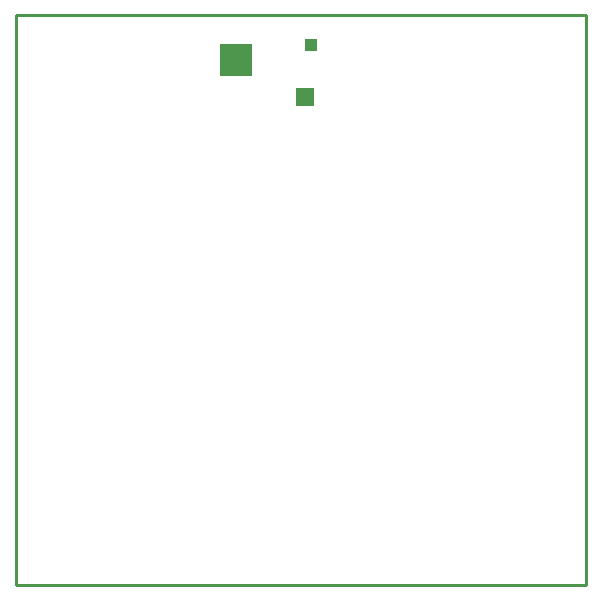
<source format=gko>
%FSAX24Y24*%
%MOIN*%
G70*
G01*
G75*
G04 Layer_Color=16711935*
%ADD10O,0.0118X0.0709*%
%ADD11O,0.0709X0.0118*%
%ADD12R,0.0472X0.0551*%
%ADD13R,0.0512X0.0591*%
%ADD14R,0.1024X0.0945*%
%ADD15O,0.0591X0.0236*%
%ADD16R,0.0197X0.0925*%
%ADD17R,0.0925X0.0984*%
%ADD18R,0.0787X0.0866*%
%ADD19R,0.0591X0.0591*%
%ADD20O,0.0984X0.0276*%
%ADD21R,0.0114X0.0177*%
%ADD22R,0.0177X0.0114*%
%ADD23R,0.0126X0.0354*%
%ADD24R,0.0315X0.0114*%
%ADD25O,0.0354X0.0116*%
%ADD26O,0.0116X0.0354*%
%ADD27R,0.0551X0.0472*%
%ADD28R,0.0591X0.0512*%
%ADD29C,0.0080*%
%ADD30C,0.0200*%
%ADD31C,0.0512*%
%ADD32C,0.0591*%
%ADD33R,0.0591X0.0591*%
%ADD34C,0.0280*%
%ADD35R,0.0551X0.0433*%
%ADD36C,0.0100*%
%ADD37C,0.0079*%
%ADD38C,0.0236*%
%ADD39C,0.0098*%
%ADD40O,0.0278X0.0869*%
%ADD41O,0.0869X0.0278*%
%ADD42R,0.0632X0.0711*%
%ADD43R,0.0672X0.0751*%
%ADD44R,0.1184X0.1105*%
%ADD45O,0.0751X0.0396*%
%ADD46R,0.0357X0.1085*%
%ADD47R,0.1085X0.1144*%
%ADD48R,0.0947X0.1026*%
%ADD49R,0.0751X0.0751*%
%ADD50O,0.1144X0.0436*%
%ADD51R,0.0274X0.0337*%
%ADD52R,0.0337X0.0274*%
%ADD53R,0.0286X0.0514*%
%ADD54R,0.0475X0.0274*%
%ADD55O,0.0514X0.0276*%
%ADD56O,0.0276X0.0514*%
%ADD57R,0.0711X0.0632*%
%ADD58R,0.0751X0.0672*%
%ADD59C,0.0672*%
%ADD60C,0.0751*%
%ADD61R,0.0751X0.0751*%
%ADD62C,0.0440*%
%ADD63R,0.0711X0.0593*%
%ADD64C,0.0039*%
%ADD65C,0.0060*%
%ADD66R,0.0629X0.0621*%
%ADD67R,0.0449X0.0425*%
%ADD68R,0.1064X0.1062*%
D36*
X020500Y030500D02*
X039500D01*
Y049500D01*
X020500D02*
X039500D01*
X020500Y030500D02*
Y049500D01*
D66*
X030151Y046757D02*
D03*
D67*
X030324Y048506D02*
D03*
D68*
X027850Y048001D02*
D03*
M02*

</source>
